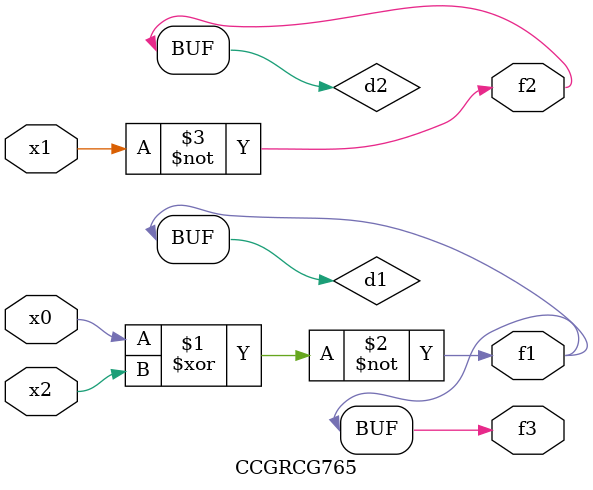
<source format=v>
module CCGRCG765(
	input x0, x1, x2,
	output f1, f2, f3
);

	wire d1, d2, d3;

	xnor (d1, x0, x2);
	nand (d2, x1);
	nor (d3, x1, x2);
	assign f1 = d1;
	assign f2 = d2;
	assign f3 = d1;
endmodule

</source>
